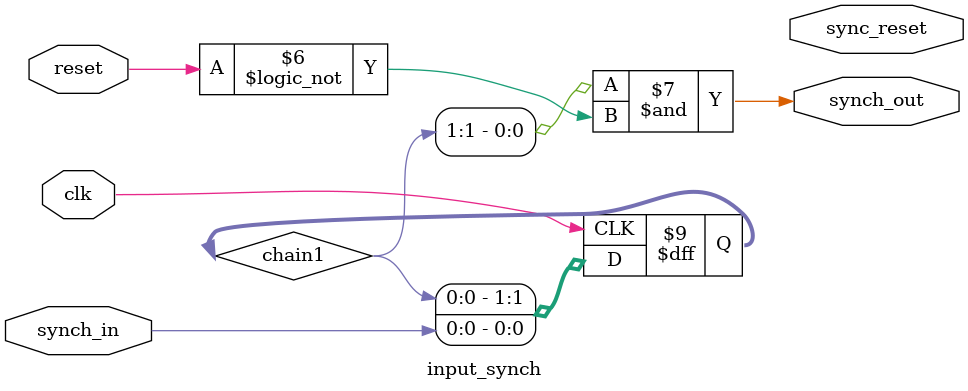
<source format=v>
module input_synch
(
	input wire clk,
	input wire reset,
	output wire sync_reset,
	input wire synch_in,
	output wire synch_out
);
	reg [1:0] chain0, chain1;
	
	// the reset output is asynchronous when activated and becomes synchronous when deactivated because of the chain0 pipeline
	always @ (posedge clk)
	begin
		chain0[1:0] <= {(chain0[0] & !reset), reset};
		chain1[1:0] <= {chain1[0], synch_in};
	end	

	assign synch_reset = (chain0[1] & !reset);
	assign synch_out	 = (chain1[1] & !reset);
	
endmodule

</source>
